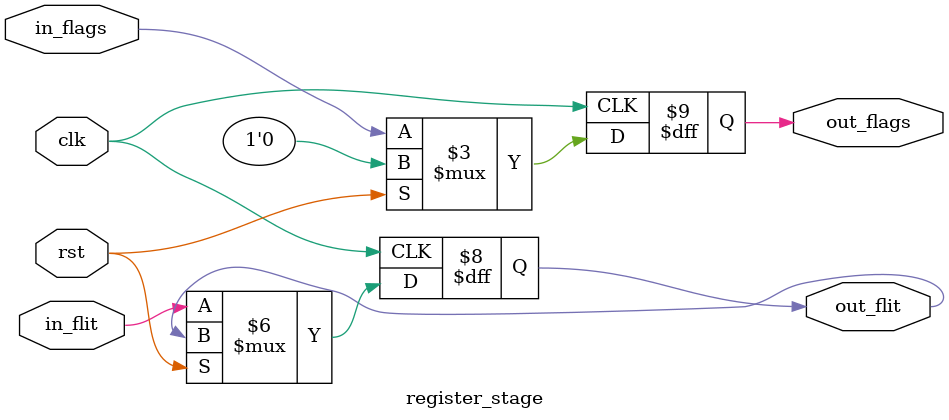
<source format=sv>
/* Copyright (c) 2018-2020 by the author(s)
 *
 * Permission is hereby granted, free of charge, to any person obtaining a copy
 * of this software and associated documentation files (the "Software"), to deal
 * in the Software without restriction, including without limitation the rights
 * to use, copy, modify, merge, publish, distribute, sublicense, and/or sell
 * copies of the Software, and to permit persons to whom the Software is
 * furnished to do so, subject to the following conditions:
 *
 * The above copyright notice and this permission notice shall be included in
 * all copies or substantial portions of the Software.
 *
 * THE SOFTWARE IS PROVIDED "AS IS", WITHOUT WARRANTY OF ANY KIND, EXPRESS OR
 * IMPLIED, INCLUDING BUT NOT LIMITED TO THE WARRANTIES OF MERCHANTABILITY,
 * FITNESS FOR A PARTICULAR PURPOSE AND NONINFRINGEMENT. IN NO EVENT SHALL THE
 * AUTHORS OR COPYRIGHT HOLDERS BE LIABLE FOR ANY CLAIM, DAMAGES OR OTHER
 * LIABILITY, WHETHER IN AN ACTION OF CONTRACT, TORT OR OTHERWISE, ARISING FROM,
 * OUT OF OR IN CONNECTION WITH THE SOFTWARE OR THE USE OR OTHER DEALINGS IN
 * THE SOFTWARE.
 *
 * =============================================================================
 *
 * This is a single register stage for a flit and a configurable number of
 * flags. It is used in the input and output stage of a router.
 *
 * Author(s):
 *   Max Koenen <max.koenen@tum.de>
 */

module register_stage #(
   parameter FLIT_WIDTH = 'x,
   parameter FLAGS = 'x
)(
   input clk,
   input rst,

   input [FLIT_WIDTH-1:0]  in_flit,
   input [FLAGS-1:0]       in_flags,

   output reg [FLIT_WIDTH-1:0] out_flit,
   output reg [FLAGS-1:0]      out_flags
);

   always_ff @(posedge clk) begin
      if (rst) begin
         out_flags <= 0;
      end else begin
         out_flit <= in_flit;
         out_flags <= in_flags;
      end
   end

endmodule // register_stage

</source>
